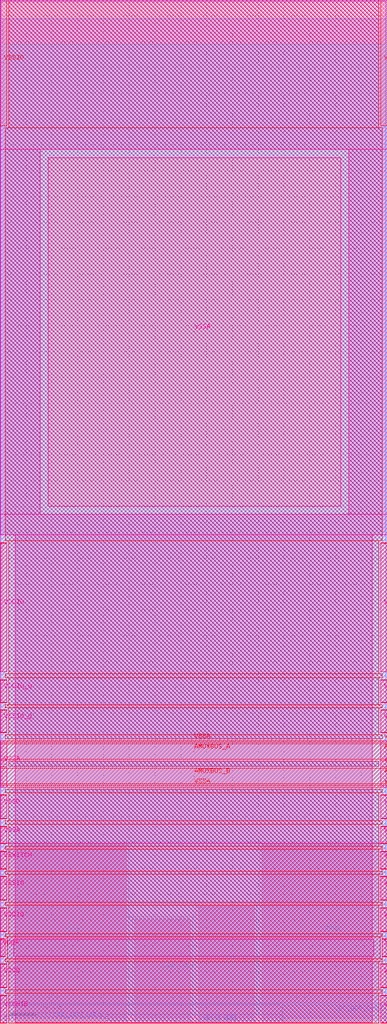
<source format=lef>
VERSION 5.7 ;
  NOWIREEXTENSIONATPIN ON ;
  DIVIDERCHAR "/" ;
  BUSBITCHARS "[]" ;
MACRO sky130_ef_io__vssa_lvc_pad
  CLASS PAD POWER ;
  FOREIGN sky130_ef_io__vssa_lvc_pad ;
  ORIGIN 0.000 0.000 ;
  SIZE 75.000 BY 197.965 ;
  PIN AMUXBUS_A
    DIRECTION INOUT ;
    USE SIGNAL ;
    PORT
      LAYER met4 ;
        RECT 0.000 51.090 75.000 54.070 ;
    END
    PORT
      LAYER met4 ;
        RECT 73.730 51.090 75.000 54.070 ;
    END
  END AMUXBUS_A
  PIN AMUXBUS_B
    DIRECTION INOUT ;
    USE SIGNAL ;
    PORT
      LAYER met4 ;
        RECT 0.000 46.330 75.000 49.310 ;
    END
    PORT
      LAYER met4 ;
        RECT 73.730 46.330 75.000 49.310 ;
    END
  END AMUXBUS_B
  PIN DRN_LVC1
    DIRECTION INOUT ;
    USE POWER ;
    PORT
      LAYER met3 ;
        RECT 26.000 -0.035 36.880 20.185 ;
    END
  END DRN_LVC1
  PIN DRN_LVC2
    DIRECTION INOUT ;
    USE POWER ;
    PORT
      LAYER met3 ;
        RECT 38.380 -0.035 49.255 22.865 ;
    END
  END DRN_LVC2
  PIN SRC_BDY_LVC1
    DIRECTION INOUT ;
    USE GROUND ;
    PORT
      LAYER met2 ;
        RECT 0.500 -0.035 20.495 1.450 ;
    END
  END SRC_BDY_LVC1
  PIN SRC_BDY_LVC2
    DIRECTION INOUT ;
    USE GROUND ;
    PORT
      LAYER met2 ;
        RECT 54.715 -0.035 74.700 3.625 ;
    END
  END SRC_BDY_LVC2
  PIN BDY2_B2B
    DIRECTION INOUT ;
    USE GROUND ;
    PORT
      LAYER met2 ;
        RECT 34.440 -0.035 44.440 0.290 ;
    END
  END BDY2_B2B
  PIN VSSA
    DIRECTION INOUT ;
    USE GROUND ;
    PORT
      LAYER met4 ;
        RECT 0.000 34.700 1.270 38.150 ;
    END
    PORT
      LAYER met4 ;
        RECT 0.000 54.370 75.000 54.700 ;
    END
    PORT
      LAYER met4 ;
        RECT 0.000 49.610 1.270 50.790 ;
    END
    PORT
      LAYER met4 ;
        RECT 0.000 45.700 75.000 46.030 ;
    END
    PORT
      LAYER met4 ;
        RECT 73.730 34.700 75.000 38.150 ;
    END
    PORT
      LAYER met4 ;
        RECT 73.730 45.700 75.000 46.030 ;
    END
    PORT
      LAYER met4 ;
        RECT 73.730 54.370 75.000 54.700 ;
    END
    PORT
      LAYER met4 ;
        RECT 73.730 49.610 75.000 50.790 ;
    END
    PORT
      LAYER met5 ;
        RECT 0.000 34.805 1.270 38.050 ;
    END
    PORT
      LAYER met5 ;
        RECT 0.000 45.700 1.270 54.700 ;
    END
    PORT
      LAYER met5 ;
        RECT 73.730 34.805 75.000 38.050 ;
    END
    PORT
      LAYER met5 ;
        RECT 73.730 45.700 75.000 54.700 ;
    END
    PORT
      LAYER met3 ;
        RECT 0.500 -0.035 24.500 34.725 ;
    END
    PORT
      LAYER met3 ;
        RECT 50.755 -0.035 74.700 34.725 ;
    END
    PORT
      LAYER met5 ;
        RECT 9.315 100.105 65.955 167.535 ;
    END
  END VSSA
  PIN VDDA
    DIRECTION INOUT ;
    USE POWER ;
    PORT
      LAYER met4 ;
        RECT 0.000 12.900 0.965 16.350 ;
    END
    PORT
      LAYER met4 ;
        RECT 74.035 12.900 75.000 16.350 ;
    END
    PORT
      LAYER met5 ;
        RECT 0.000 13.000 0.965 16.250 ;
    END
    PORT
      LAYER met5 ;
        RECT 74.035 13.000 75.000 16.250 ;
    END
  END VDDA
  PIN VSWITCH
    DIRECTION INOUT ;
    USE POWER ;
    PORT
      LAYER met4 ;
        RECT 0.000 29.850 1.270 33.300 ;
    END
    PORT
      LAYER met4 ;
        RECT 73.730 29.850 75.000 33.300 ;
    END
    PORT
      LAYER met5 ;
        RECT 0.000 29.950 1.270 33.200 ;
    END
    PORT
      LAYER met5 ;
        RECT 73.730 29.950 75.000 33.200 ;
    END
  END VSWITCH
  PIN VDDIO_Q
    DIRECTION INOUT ;
    USE POWER ;
    PORT
      LAYER met4 ;
        RECT 0.000 62.050 1.270 66.500 ;
    END
    PORT
      LAYER met4 ;
        RECT 73.730 62.050 75.000 66.500 ;
    END
    PORT
      LAYER met5 ;
        RECT 0.000 62.150 1.270 66.400 ;
    END
    PORT
      LAYER met5 ;
        RECT 73.730 62.150 75.000 66.400 ;
    END
  END VDDIO_Q
  PIN VCCHIB
    DIRECTION INOUT ;
    USE POWER ;
    PORT
      LAYER met4 ;
        RECT 0.000 0.000 1.270 5.450 ;
    END
    PORT
      LAYER met4 ;
        RECT 73.730 0.000 75.000 5.450 ;
    END
    PORT
      LAYER met5 ;
        RECT 0.000 0.100 1.270 5.350 ;
    END
    PORT
      LAYER met5 ;
        RECT 73.730 0.100 75.000 5.350 ;
    END
  END VCCHIB
  PIN VDDIO
    DIRECTION INOUT ;
    USE POWER ;
    PORT
      LAYER met4 ;
        RECT 0.000 68.000 1.270 92.965 ;
    END
    PORT
      LAYER met4 ;
        RECT 0.000 17.750 1.270 22.400 ;
    END
    PORT
      LAYER met4 ;
        RECT 73.730 68.000 75.000 92.965 ;
    END
    PORT
      LAYER met4 ;
        RECT 73.730 17.750 75.000 22.400 ;
    END
    PORT
      LAYER met5 ;
        RECT 0.000 17.850 1.270 22.300 ;
    END
    PORT
      LAYER met5 ;
        RECT 0.000 68.000 1.270 92.950 ;
    END
    PORT
      LAYER met5 ;
        RECT 73.730 17.850 75.000 22.300 ;
    END
    PORT
      LAYER met5 ;
        RECT 73.730 68.000 75.000 92.950 ;
    END
  END VDDIO
  PIN VCCD
    DIRECTION INOUT ;
    USE POWER ;
    PORT
      LAYER met4 ;
        RECT 0.000 6.850 1.270 11.500 ;
    END
    PORT
      LAYER met4 ;
        RECT 73.730 6.850 75.000 11.500 ;
    END
    PORT
      LAYER met5 ;
        RECT 0.000 6.950 1.270 11.400 ;
    END
    PORT
      LAYER met5 ;
        RECT 73.730 6.950 75.000 11.400 ;
    END
  END VCCD
  PIN VSSIO
    DIRECTION INOUT ;
    USE GROUND ;
    PORT
      LAYER met4 ;
        RECT 0.000 23.800 1.270 28.450 ;
    END
    PORT
      LAYER met4 ;
        RECT 0.000 173.750 1.270 197.965 ;
    END
    PORT
      LAYER met4 ;
        RECT 73.730 173.750 75.000 197.965 ;
    END
    PORT
      LAYER met4 ;
        RECT 73.730 23.800 75.000 28.450 ;
    END
    PORT
      LAYER met5 ;
        RECT 0.000 23.900 1.270 28.350 ;
    END
    PORT
      LAYER met5 ;
        RECT 73.730 23.900 75.000 28.350 ;
    END
  END VSSIO
  PIN VSSD
    DIRECTION INOUT ;
    USE GROUND ;
    PORT
      LAYER met4 ;
        RECT 0.000 39.550 1.270 44.200 ;
    END
    PORT
      LAYER met4 ;
        RECT 73.730 39.550 75.000 44.200 ;
    END
    PORT
      LAYER met5 ;
        RECT 0.000 39.650 1.270 44.100 ;
    END
    PORT
      LAYER met5 ;
        RECT 73.730 39.650 75.000 44.100 ;
    END
  END VSSD
  PIN VSSIO_Q
    DIRECTION INOUT ;
    USE GROUND ;
    PORT
      LAYER met4 ;
        RECT 0.000 56.200 1.270 60.650 ;
    END
    PORT
      LAYER met4 ;
        RECT 73.730 56.200 75.000 60.650 ;
    END
    PORT
      LAYER met5 ;
        RECT 0.000 56.300 1.270 60.550 ;
    END
    PORT
      LAYER met5 ;
        RECT 73.730 56.300 75.000 60.550 ;
    END
  END VSSIO_Q
  OBS
      LAYER li1 ;
        RECT 0.240 0.985 74.755 197.745 ;
      LAYER met1 ;
        RECT 0.120 0.000 74.785 197.805 ;
        RECT 16.655 -0.035 25.635 0.000 ;
        POLYGON 25.635 0.000 25.670 0.000 25.635 -0.035 ;
        RECT 26.210 -0.035 27.700 0.000 ;
        POLYGON 28.235 0.000 28.270 0.000 28.270 -0.035 ;
        RECT 28.270 -0.035 56.565 0.000 ;
      LAYER met2 ;
        RECT 0.500 3.905 74.700 194.395 ;
        RECT 0.500 3.625 54.435 3.905 ;
        RECT 0.500 1.730 54.715 3.625 ;
        RECT 20.775 0.570 54.715 1.730 ;
        RECT 20.775 0.005 34.160 0.570 ;
        RECT 44.720 0.005 54.715 0.570 ;
        RECT 20.775 0.000 34.440 0.005 ;
        RECT 20.925 -0.035 34.440 0.000 ;
        RECT 44.440 0.000 54.715 0.005 ;
        RECT 44.440 -0.035 53.535 0.000 ;
        RECT 54.095 -0.035 54.715 0.000 ;
      LAYER met3 ;
        RECT 0.490 35.125 74.700 189.480 ;
        RECT 24.900 23.265 50.355 35.125 ;
        RECT 24.900 20.585 37.980 23.265 ;
        RECT 24.900 1.545 25.600 20.585 ;
        RECT 37.280 1.545 37.980 20.585 ;
        RECT 49.655 1.545 50.355 23.265 ;
      LAYER met4 ;
        RECT 1.670 173.350 73.330 197.965 ;
        RECT 0.965 93.365 74.035 173.350 ;
        RECT 1.670 67.600 73.330 93.365 ;
        RECT 0.965 66.900 74.035 67.600 ;
        RECT 1.670 61.650 73.330 66.900 ;
        RECT 0.965 61.050 74.035 61.650 ;
        RECT 1.670 55.800 73.330 61.050 ;
        RECT 0.965 55.100 74.035 55.800 ;
        RECT 1.670 49.710 73.330 50.690 ;
        RECT 0.965 44.600 74.035 45.300 ;
        RECT 1.670 39.150 73.330 44.600 ;
        RECT 0.965 38.550 74.035 39.150 ;
        RECT 1.670 34.300 73.330 38.550 ;
        RECT 0.965 33.700 74.035 34.300 ;
        RECT 1.670 29.450 73.330 33.700 ;
        RECT 0.965 28.850 74.035 29.450 ;
        RECT 1.670 23.400 73.330 28.850 ;
        RECT 0.965 22.800 74.035 23.400 ;
        RECT 1.670 17.350 73.330 22.800 ;
        RECT 0.965 16.750 74.035 17.350 ;
        RECT 1.365 12.500 73.635 16.750 ;
        RECT 0.965 11.900 74.035 12.500 ;
        RECT 1.670 6.450 73.330 11.900 ;
        RECT 0.965 5.850 74.035 6.450 ;
        RECT 1.670 0.000 73.330 5.850 ;
      LAYER met5 ;
        RECT 0.000 169.135 75.000 197.965 ;
        RECT 0.000 98.505 7.715 169.135 ;
        RECT 67.555 98.505 75.000 169.135 ;
        RECT 0.000 94.550 75.000 98.505 ;
        RECT 2.870 34.805 72.130 94.550 ;
        RECT 0.000 34.800 75.000 34.805 ;
        RECT 2.870 16.250 72.130 34.800 ;
        RECT 2.565 13.000 72.435 16.250 ;
        RECT 2.870 0.100 72.130 13.000 ;
  END
END sky130_ef_io__vssa_lvc_pad
END LIBRARY


</source>
